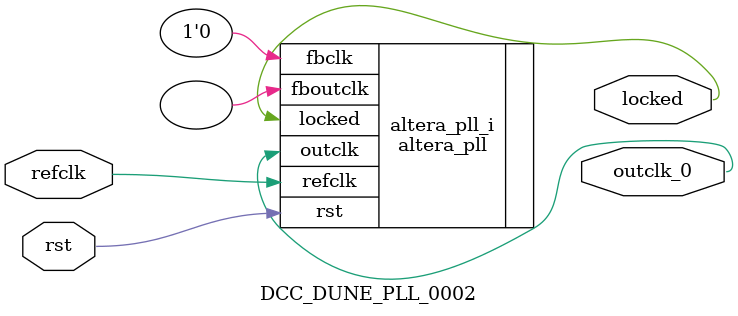
<source format=v>
`timescale 1ns/10ps
module  DCC_DUNE_PLL_0002(

	// interface 'refclk'
	input wire refclk,

	// interface 'reset'
	input wire rst,

	// interface 'outclk0'
	output wire outclk_0,

	// interface 'locked'
	output wire locked
);

	altera_pll #(
		.fractional_vco_multiplier("false"),
		.reference_clock_frequency("50.0 MHz"),
		.operation_mode("direct"),
		.number_of_clocks(1),
		.output_clock_frequency0("50.000000 MHz"),
		.phase_shift0("0 ps"),
		.duty_cycle0(50),
		.output_clock_frequency1("0 MHz"),
		.phase_shift1("0 ps"),
		.duty_cycle1(50),
		.output_clock_frequency2("0 MHz"),
		.phase_shift2("0 ps"),
		.duty_cycle2(50),
		.output_clock_frequency3("0 MHz"),
		.phase_shift3("0 ps"),
		.duty_cycle3(50),
		.output_clock_frequency4("0 MHz"),
		.phase_shift4("0 ps"),
		.duty_cycle4(50),
		.output_clock_frequency5("0 MHz"),
		.phase_shift5("0 ps"),
		.duty_cycle5(50),
		.output_clock_frequency6("0 MHz"),
		.phase_shift6("0 ps"),
		.duty_cycle6(50),
		.output_clock_frequency7("0 MHz"),
		.phase_shift7("0 ps"),
		.duty_cycle7(50),
		.output_clock_frequency8("0 MHz"),
		.phase_shift8("0 ps"),
		.duty_cycle8(50),
		.output_clock_frequency9("0 MHz"),
		.phase_shift9("0 ps"),
		.duty_cycle9(50),
		.output_clock_frequency10("0 MHz"),
		.phase_shift10("0 ps"),
		.duty_cycle10(50),
		.output_clock_frequency11("0 MHz"),
		.phase_shift11("0 ps"),
		.duty_cycle11(50),
		.output_clock_frequency12("0 MHz"),
		.phase_shift12("0 ps"),
		.duty_cycle12(50),
		.output_clock_frequency13("0 MHz"),
		.phase_shift13("0 ps"),
		.duty_cycle13(50),
		.output_clock_frequency14("0 MHz"),
		.phase_shift14("0 ps"),
		.duty_cycle14(50),
		.output_clock_frequency15("0 MHz"),
		.phase_shift15("0 ps"),
		.duty_cycle15(50),
		.output_clock_frequency16("0 MHz"),
		.phase_shift16("0 ps"),
		.duty_cycle16(50),
		.output_clock_frequency17("0 MHz"),
		.phase_shift17("0 ps"),
		.duty_cycle17(50),
		.pll_type("General"),
		.pll_subtype("General")
	) altera_pll_i (
		.rst	(rst),
		.outclk	({outclk_0}),
		.locked	(locked),
		.fboutclk	( ),
		.fbclk	(1'b0),
		.refclk	(refclk)
	);
endmodule


</source>
